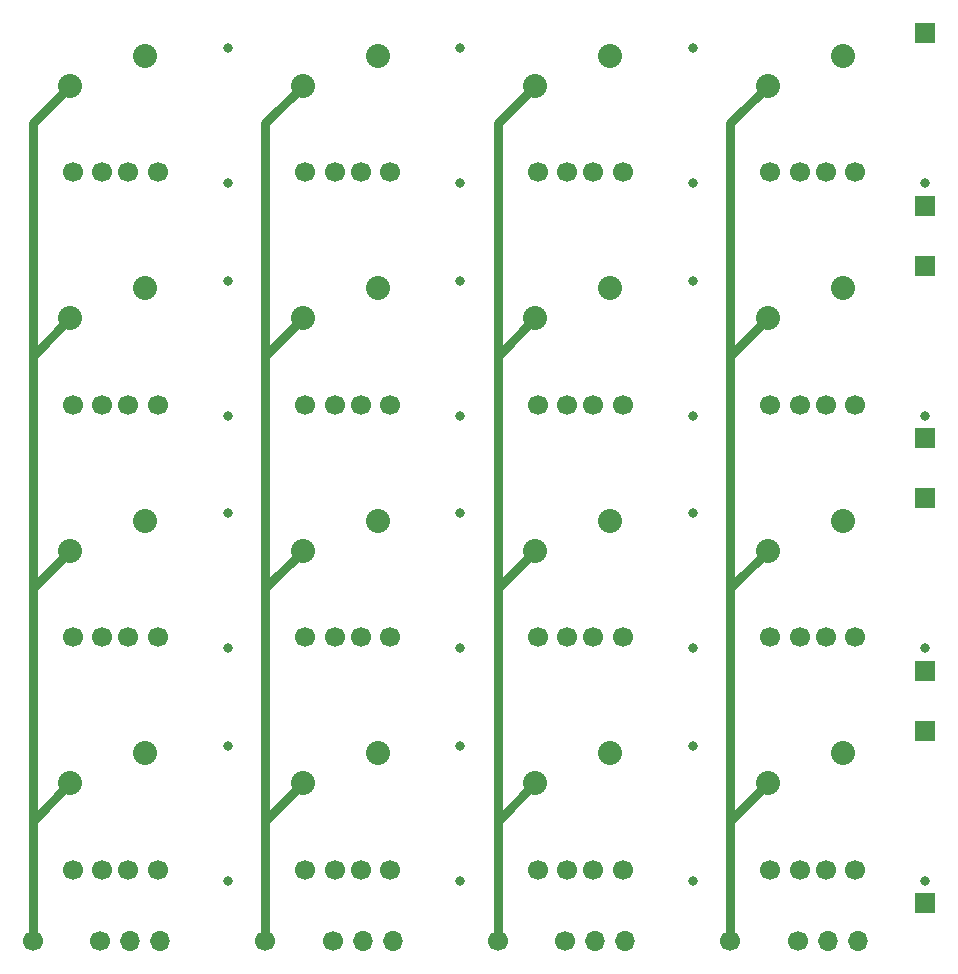
<source format=gbr>
%TF.GenerationSoftware,KiCad,Pcbnew,5.99.0-unknown-0ab82ef66~91~ubuntu20.04.1*%
%TF.CreationDate,2020-10-15T20:07:38+02:00*%
%TF.ProjectId,KeyPad-LED,4b657950-6164-42d4-9c45-442e6b696361,rev?*%
%TF.SameCoordinates,Original*%
%TF.FileFunction,Copper,L3,Inr*%
%TF.FilePolarity,Positive*%
%FSLAX46Y46*%
G04 Gerber Fmt 4.6, Leading zero omitted, Abs format (unit mm)*
G04 Created by KiCad (PCBNEW 5.99.0-unknown-0ab82ef66~91~ubuntu20.04.1) date 2020-10-15 20:07:38*
%MOMM*%
%LPD*%
G01*
G04 APERTURE LIST*
%TA.AperFunction,ComponentPad*%
%ADD10C,2.032000*%
%TD*%
%TA.AperFunction,ComponentPad*%
%ADD11C,1.700000*%
%TD*%
%TA.AperFunction,ComponentPad*%
%ADD12R,1.700000X1.700000*%
%TD*%
%TA.AperFunction,ComponentPad*%
%ADD13O,1.700000X1.700000*%
%TD*%
%TA.AperFunction,ViaPad*%
%ADD14C,0.800000*%
%TD*%
%TA.AperFunction,Conductor*%
%ADD15C,0.762000*%
%TD*%
G04 APERTURE END LIST*
D10*
%TO.N,N/C*%
%TO.C,MX LED*%
X193040000Y-117475000D03*
X186690000Y-120015000D03*
D11*
X186900000Y-127355000D03*
X189400000Y-127355000D03*
X191600000Y-127355000D03*
X194100000Y-127355000D03*
%TD*%
D10*
%TO.N,N/C*%
%TO.C,MX LED*%
X133985000Y-117475000D03*
X127635000Y-120015000D03*
D11*
X127845000Y-127355000D03*
X130345000Y-127355000D03*
X132545000Y-127355000D03*
X135045000Y-127355000D03*
%TD*%
D10*
%TO.N,N/C*%
%TO.C,MX LED*%
X153670000Y-117475000D03*
X147320000Y-120015000D03*
D11*
X147530000Y-127355000D03*
X150030000Y-127355000D03*
X152230000Y-127355000D03*
X154730000Y-127355000D03*
%TD*%
D10*
%TO.N,N/C*%
%TO.C,MX LED*%
X173355000Y-117475000D03*
X167005000Y-120015000D03*
D11*
X167215000Y-127355000D03*
X169715000Y-127355000D03*
X171915000Y-127355000D03*
X174415000Y-127355000D03*
%TD*%
D10*
%TO.N,N/C*%
%TO.C,MX LED*%
X193040000Y-97790000D03*
X186690000Y-100330000D03*
D11*
X186900000Y-107670000D03*
X189400000Y-107670000D03*
X191600000Y-107670000D03*
X194100000Y-107670000D03*
%TD*%
D10*
%TO.N,N/C*%
%TO.C,MX LED*%
X133985000Y-97790000D03*
X127635000Y-100330000D03*
D11*
X127845000Y-107670000D03*
X130345000Y-107670000D03*
X132545000Y-107670000D03*
X135045000Y-107670000D03*
%TD*%
D10*
%TO.N,N/C*%
%TO.C,MX LED*%
X153670000Y-97790000D03*
X147320000Y-100330000D03*
D11*
X147530000Y-107670000D03*
X150030000Y-107670000D03*
X152230000Y-107670000D03*
X154730000Y-107670000D03*
%TD*%
D10*
%TO.N,N/C*%
%TO.C,MX LED*%
X173355000Y-97790000D03*
X167005000Y-100330000D03*
D11*
X167215000Y-107670000D03*
X169715000Y-107670000D03*
X171915000Y-107670000D03*
X174415000Y-107670000D03*
%TD*%
D10*
%TO.N,N/C*%
%TO.C,MX LED*%
X193040000Y-78105000D03*
X186690000Y-80645000D03*
D11*
X186900000Y-87985000D03*
X189400000Y-87985000D03*
X191600000Y-87985000D03*
X194100000Y-87985000D03*
%TD*%
D10*
%TO.N,N/C*%
%TO.C,MX LED*%
X133985000Y-78105000D03*
X127635000Y-80645000D03*
D11*
X127845000Y-87985000D03*
X130345000Y-87985000D03*
X132545000Y-87985000D03*
X135045000Y-87985000D03*
%TD*%
D10*
%TO.N,N/C*%
%TO.C,MX LED*%
X153670000Y-78105000D03*
X147320000Y-80645000D03*
D11*
X147530000Y-87985000D03*
X150030000Y-87985000D03*
X152230000Y-87985000D03*
X154730000Y-87985000D03*
%TD*%
D10*
%TO.N,N/C*%
%TO.C,MX LED*%
X173355000Y-78105000D03*
X167005000Y-80645000D03*
D11*
X167215000Y-87985000D03*
X169715000Y-87985000D03*
X171915000Y-87985000D03*
X174415000Y-87985000D03*
%TD*%
D10*
%TO.N,N/C*%
%TO.C,MX LED*%
X173355000Y-58420000D03*
X167005000Y-60960000D03*
D11*
X167215000Y-68300000D03*
X169715000Y-68300000D03*
X171915000Y-68300000D03*
X174415000Y-68300000D03*
%TD*%
D10*
%TO.N,N/C*%
%TO.C,MX LED*%
X193040000Y-58420000D03*
X186690000Y-60960000D03*
D11*
X186900000Y-68300000D03*
X189400000Y-68300000D03*
X191600000Y-68300000D03*
X194100000Y-68300000D03*
%TD*%
D10*
%TO.N,N/C*%
%TO.C,MX LED*%
X153670000Y-58420000D03*
X147320000Y-60960000D03*
D11*
X147530000Y-68300000D03*
X150030000Y-68300000D03*
X152230000Y-68300000D03*
X154730000Y-68300000D03*
%TD*%
%TO.N,N/C*%
%TO.C,MX LED*%
X135045000Y-68300000D03*
X132545000Y-68300000D03*
X130345000Y-68300000D03*
X127845000Y-68300000D03*
D10*
X127635000Y-60960000D03*
X133985000Y-58420000D03*
%TD*%
D12*
%TO.N,N/C*%
%TO.C,PIN1*%
X200025000Y-115570000D03*
%TD*%
%TO.N,N/C*%
%TO.C,PIN1*%
X200025000Y-76200000D03*
%TD*%
%TO.N,N/C*%
%TO.C,LED*%
X200025000Y-90805000D03*
%TD*%
D11*
%TO.N,N/C*%
%TO.C,LED*%
X169545000Y-133350000D03*
D13*
X172085000Y-133350000D03*
X174625000Y-133350000D03*
%TD*%
D12*
%TO.N,N/C*%
%TO.C,PIN1*%
X200025000Y-56515000D03*
%TD*%
D11*
%TO.N,N/C*%
%TO.C,LED*%
X149860000Y-133350000D03*
D13*
X152400000Y-133350000D03*
X154940000Y-133350000D03*
%TD*%
D12*
%TO.N,N/C*%
%TO.C,LED*%
X200025000Y-71120000D03*
%TD*%
%TO.N,N/C*%
%TO.C,LED*%
X200025000Y-130175000D03*
%TD*%
D11*
%TO.N,N/C*%
%TO.C,LED*%
X130175000Y-133350000D03*
D13*
X132715000Y-133350000D03*
X135255000Y-133350000D03*
%TD*%
D11*
%TO.N,N/C*%
%TO.C,PIN2*%
X183515000Y-133350000D03*
%TD*%
%TO.N,N/C*%
%TO.C,PIN2*%
X144145000Y-133350000D03*
%TD*%
%TO.N,N/C*%
%TO.C,PIN2*%
X163830000Y-133350000D03*
%TD*%
D12*
%TO.N,N/C*%
%TO.C,PIN1*%
X200025000Y-95885000D03*
%TD*%
%TO.N,N/C*%
%TO.C,LED*%
X200025000Y-110490000D03*
%TD*%
D11*
%TO.N,N/C*%
%TO.C,PIN2*%
X124460000Y-133350000D03*
%TD*%
%TO.N,N/C*%
%TO.C,LED*%
X189230000Y-133350000D03*
D13*
X191770000Y-133350000D03*
X194310000Y-133350000D03*
%TD*%
D14*
%TO.N,*%
X180340000Y-97155000D03*
X140970000Y-77470000D03*
X140970000Y-88900000D03*
X160655000Y-57785000D03*
X160655000Y-97155000D03*
X200025000Y-69215000D03*
X200025000Y-128270000D03*
X140970000Y-57785000D03*
X180340000Y-108585000D03*
X160655000Y-88900000D03*
X200025000Y-88900000D03*
X140970000Y-69215000D03*
X140970000Y-108585000D03*
X180340000Y-88900000D03*
X140970000Y-116840000D03*
X180340000Y-57785000D03*
X140970000Y-97155000D03*
X180340000Y-69215000D03*
X180340000Y-128270000D03*
X160655000Y-116840000D03*
X160655000Y-77470000D03*
X160655000Y-108585000D03*
X180340000Y-77470000D03*
X200025000Y-108585000D03*
X180340000Y-116840000D03*
X160655000Y-128270000D03*
X140970000Y-128270000D03*
X160655000Y-69215000D03*
%TD*%
D15*
%TO.N,*%
X186690000Y-80645000D02*
X183515000Y-83820000D01*
X183515000Y-83820000D02*
X183515000Y-92075000D01*
X144145000Y-64135000D02*
X144145000Y-83820000D01*
X147320000Y-80645000D02*
X144145000Y-83820000D01*
X186690000Y-100330000D02*
X183515000Y-103505000D01*
X124460000Y-104140000D02*
X124460000Y-122555000D01*
X124460000Y-92075000D02*
X124460000Y-104140000D01*
X183515000Y-131445000D02*
X183515000Y-133350000D01*
X163830000Y-131445000D02*
X163830000Y-133350000D01*
X144145000Y-123190000D02*
X144145000Y-131445000D01*
X147320000Y-60960000D02*
X144145000Y-64135000D01*
X147320000Y-100330000D02*
X144145000Y-103505000D01*
X144145000Y-92075000D02*
X144145000Y-104775000D01*
X124460000Y-122555000D02*
X124460000Y-123190000D01*
X124460000Y-103505000D02*
X124460000Y-104140000D01*
X183515000Y-103505000D02*
X183515000Y-104775000D01*
X124460000Y-131445000D02*
X124460000Y-133350000D01*
X183515000Y-104775000D02*
X183515000Y-123190000D01*
X186690000Y-60960000D02*
X183515000Y-64135000D01*
X167005000Y-60960000D02*
X163830000Y-64135000D01*
X167005000Y-100330000D02*
X163830000Y-103505000D01*
X144145000Y-103505000D02*
X144145000Y-104775000D01*
X147320000Y-120015000D02*
X144145000Y-123190000D01*
X163830000Y-104775000D02*
X163830000Y-123190000D01*
X167005000Y-120015000D02*
X163830000Y-123190000D01*
X183515000Y-64135000D02*
X183515000Y-83820000D01*
X167005000Y-80645000D02*
X163830000Y-83820000D01*
X127635000Y-100330000D02*
X124460000Y-103505000D01*
X163830000Y-123190000D02*
X163830000Y-131445000D01*
X144145000Y-83820000D02*
X144145000Y-92075000D01*
X144145000Y-104775000D02*
X144145000Y-123190000D01*
X127635000Y-80645000D02*
X124460000Y-83820000D01*
X124460000Y-123190000D02*
X124460000Y-131445000D01*
X183515000Y-92075000D02*
X183515000Y-104775000D01*
X183515000Y-123190000D02*
X183515000Y-131445000D01*
X163830000Y-83820000D02*
X163830000Y-92075000D01*
X186690000Y-120015000D02*
X183515000Y-123190000D01*
X163830000Y-103505000D02*
X163830000Y-104775000D01*
X124460000Y-64135000D02*
X124460000Y-83820000D01*
X124460000Y-83820000D02*
X124460000Y-92075000D01*
X144145000Y-131445000D02*
X144145000Y-133350000D01*
X163830000Y-64135000D02*
X163830000Y-83820000D01*
X127635000Y-60960000D02*
X124460000Y-64135000D01*
X163830000Y-92075000D02*
X163830000Y-104775000D01*
X127635000Y-120015000D02*
X124460000Y-123190000D01*
%TD*%
M02*

</source>
